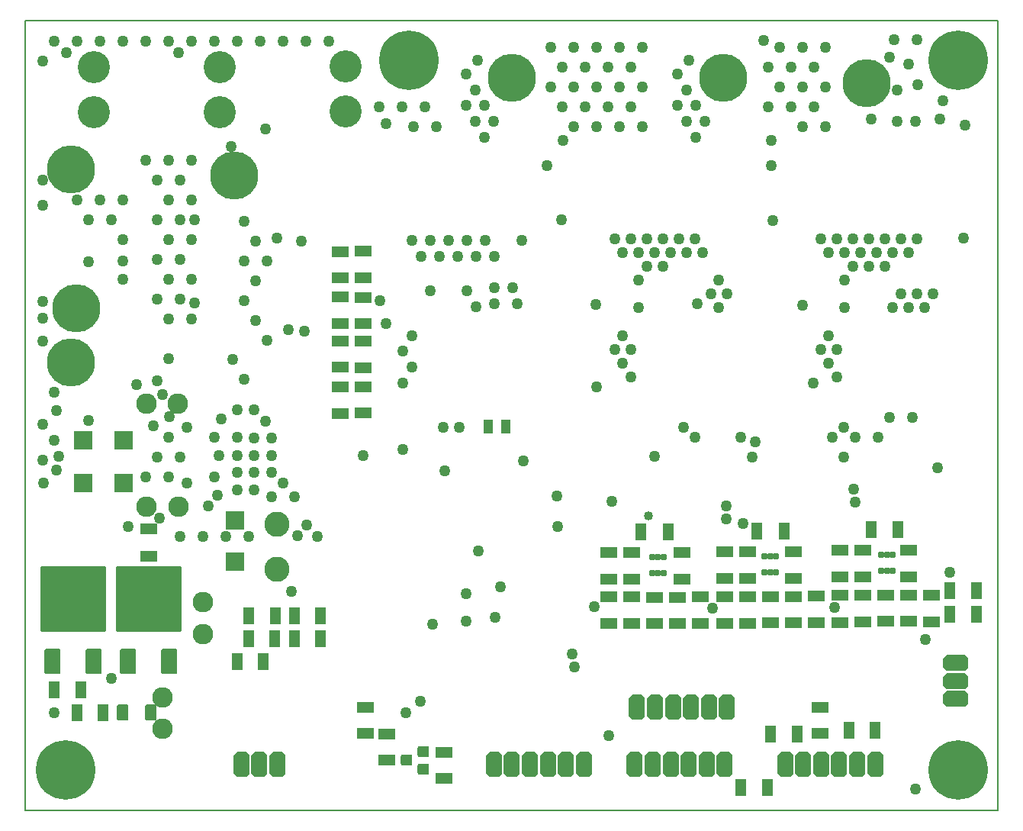
<source format=gbr>
G04 PROTEUS GERBER X2 FILE*
%TF.GenerationSoftware,Labcenter,Proteus,8.7-SP3-Build25561*%
%TF.CreationDate,2021-07-04T19:39:20+00:00*%
%TF.FileFunction,Soldermask,Bot*%
%TF.FilePolarity,Negative*%
%TF.Part,Single*%
%TF.SameCoordinates,{804bfe34-88de-486f-8887-f5b9ed786e22}*%
%FSLAX45Y45*%
%MOMM*%
G01*
%TA.AperFunction,Material*%
%ADD55C,1.270000*%
%ADD56C,1.016000*%
%TA.AperFunction,Material*%
%ADD59C,5.334000*%
%AMPPAD075*
4,1,4,
-0.901700,0.571500,
-0.901700,-0.571500,
0.901700,-0.571500,
0.901700,0.571500,
-0.901700,0.571500,
0*%
%TA.AperFunction,Material*%
%ADD85PPAD075*%
%AMPPAD076*
4,1,36,
3.492500,3.619500,
-3.492500,3.619500,
-3.518470,3.616970,
-3.542480,3.609700,
-3.564080,3.598150,
-3.582790,3.582790,
-3.598150,3.564070,
-3.609700,3.542480,
-3.616970,3.518470,
-3.619500,3.492500,
-3.619500,-3.492500,
-3.616970,-3.518470,
-3.609700,-3.542480,
-3.598150,-3.564070,
-3.582790,-3.582790,
-3.564080,-3.598150,
-3.542480,-3.609700,
-3.518470,-3.616970,
-3.492500,-3.619500,
3.492500,-3.619500,
3.518470,-3.616970,
3.542480,-3.609700,
3.564080,-3.598150,
3.582790,-3.582790,
3.598150,-3.564070,
3.609700,-3.542480,
3.616970,-3.518470,
3.619500,-3.492500,
3.619500,3.492500,
3.616970,3.518470,
3.609700,3.542480,
3.598150,3.564070,
3.582790,3.582790,
3.564080,3.598150,
3.542480,3.609700,
3.518470,3.616970,
3.492500,3.619500,
0*%
%TA.AperFunction,Material*%
%ADD86PPAD076*%
%AMPPAD077*
4,1,36,
0.762000,1.397000,
-0.762000,1.397000,
-0.787970,1.394470,
-0.811980,1.387200,
-0.833580,1.375650,
-0.852290,1.360290,
-0.867650,1.341570,
-0.879200,1.319980,
-0.886470,1.295970,
-0.889000,1.270000,
-0.889000,-1.270000,
-0.886470,-1.295970,
-0.879200,-1.319980,
-0.867650,-1.341570,
-0.852290,-1.360290,
-0.833580,-1.375650,
-0.811980,-1.387200,
-0.787970,-1.394470,
-0.762000,-1.397000,
0.762000,-1.397000,
0.787970,-1.394470,
0.811980,-1.387200,
0.833580,-1.375650,
0.852290,-1.360290,
0.867650,-1.341570,
0.879200,-1.319980,
0.886470,-1.295970,
0.889000,-1.270000,
0.889000,1.270000,
0.886470,1.295970,
0.879200,1.319980,
0.867650,1.341570,
0.852290,1.360290,
0.833580,1.375650,
0.811980,1.387200,
0.787970,1.394470,
0.762000,1.397000,
0*%
%ADD87PPAD077*%
%AMPPAD078*
4,1,4,
0.571500,0.901700,
-0.571500,0.901700,
-0.571500,-0.901700,
0.571500,-0.901700,
0.571500,0.901700,
0*%
%TA.AperFunction,Material*%
%ADD88PPAD078*%
%AMPPAD079*
4,1,36,
-0.508000,-0.889000,
0.508000,-0.889000,
0.533970,-0.886470,
0.557980,-0.879200,
0.579580,-0.867650,
0.598290,-0.852290,
0.613650,-0.833570,
0.625200,-0.811980,
0.632470,-0.787970,
0.635000,-0.762000,
0.635000,0.762000,
0.632470,0.787970,
0.625200,0.811980,
0.613650,0.833570,
0.598290,0.852290,
0.579580,0.867650,
0.557980,0.879200,
0.533970,0.886470,
0.508000,0.889000,
-0.508000,0.889000,
-0.533970,0.886470,
-0.557980,0.879200,
-0.579580,0.867650,
-0.598290,0.852290,
-0.613650,0.833570,
-0.625200,0.811980,
-0.632470,0.787970,
-0.635000,0.762000,
-0.635000,-0.762000,
-0.632470,-0.787970,
-0.625200,-0.811980,
-0.613650,-0.833570,
-0.598290,-0.852290,
-0.579580,-0.867650,
-0.557980,-0.879200,
-0.533970,-0.886470,
-0.508000,-0.889000,
0*%
%ADD89PPAD079*%
%AMPPAD067*
4,1,8,
-1.397000,-0.509800,
-1.397000,0.509800,
-1.017800,0.889000,
1.017800,0.889000,
1.397000,0.509800,
1.397000,-0.509800,
1.017800,-0.889000,
-1.017800,-0.889000,
-1.397000,-0.509800,
0*%
%TA.AperFunction,Material*%
%ADD77PPAD067*%
%AMPPAD068*
4,1,8,
-0.509800,1.397000,
0.509800,1.397000,
0.889000,1.017800,
0.889000,-1.017800,
0.509800,-1.397000,
-0.509800,-1.397000,
-0.889000,-1.017800,
-0.889000,1.017800,
-0.509800,1.397000,
0*%
%TA.AperFunction,Material*%
%ADD78PPAD068*%
%TA.AperFunction,Material*%
%ADD79C,3.556000*%
%TA.AperFunction,Material*%
%ADD80C,6.604000*%
%TA.AperFunction,Material*%
%ADD81C,2.794000*%
%AMPPAD080*
4,1,4,
-0.469900,-0.723900,
0.469900,-0.723900,
0.469900,0.723900,
-0.469900,0.723900,
-0.469900,-0.723900,
0*%
%ADD90PPAD080*%
%AMPPAD081*
4,1,36,
0.635000,-0.444500,
0.635000,0.444500,
0.632470,0.470470,
0.625200,0.494480,
0.613650,0.516080,
0.598290,0.534790,
0.579570,0.550150,
0.557980,0.561700,
0.533970,0.568970,
0.508000,0.571500,
-0.508000,0.571500,
-0.533970,0.568970,
-0.557980,0.561700,
-0.579570,0.550150,
-0.598290,0.534790,
-0.613650,0.516080,
-0.625200,0.494480,
-0.632470,0.470470,
-0.635000,0.444500,
-0.635000,-0.444500,
-0.632470,-0.470470,
-0.625200,-0.494480,
-0.613650,-0.516080,
-0.598290,-0.534790,
-0.579570,-0.550150,
-0.557980,-0.561700,
-0.533970,-0.568970,
-0.508000,-0.571500,
0.508000,-0.571500,
0.533970,-0.568970,
0.557980,-0.561700,
0.579570,-0.550150,
0.598290,-0.534790,
0.613650,-0.516080,
0.625200,-0.494480,
0.632470,-0.470470,
0.635000,-0.444500,
0*%
%TA.AperFunction,Material*%
%ADD91PPAD081*%
%AMPPAD082*
4,1,4,
-1.054100,1.054100,
-1.054100,-1.054100,
1.054100,-1.054100,
1.054100,1.054100,
-1.054100,1.054100,
0*%
%TA.AperFunction,Material*%
%ADD92PPAD082*%
%AMPPAD083*
4,1,36,
0.175000,0.377000,
-0.175000,0.377000,
-0.200970,0.374470,
-0.224980,0.367200,
-0.246580,0.355650,
-0.265290,0.340290,
-0.280650,0.321570,
-0.292200,0.299980,
-0.299470,0.275970,
-0.302000,0.250000,
-0.302000,-0.250000,
-0.299470,-0.275970,
-0.292200,-0.299980,
-0.280650,-0.321570,
-0.265290,-0.340290,
-0.246580,-0.355650,
-0.224980,-0.367200,
-0.200970,-0.374470,
-0.175000,-0.377000,
0.175000,-0.377000,
0.200970,-0.374470,
0.224980,-0.367200,
0.246580,-0.355650,
0.265290,-0.340290,
0.280650,-0.321570,
0.292200,-0.299980,
0.299470,-0.275970,
0.302000,-0.250000,
0.302000,0.250000,
0.299470,0.275970,
0.292200,0.299980,
0.280650,0.321570,
0.265290,0.340290,
0.246580,0.355650,
0.224980,0.367200,
0.200970,0.374470,
0.175000,0.377000,
0*%
%TA.AperFunction,Material*%
%ADD93PPAD083*%
%TA.AperFunction,Material*%
%ADD84C,2.286000*%
%TA.AperFunction,Profile*%
%ADD42C,0.203200*%
%TD.AperFunction*%
D55*
X+3225800Y+1174750D03*
X+3479800Y+1174750D03*
X+5257800Y+1174750D03*
X+5511800Y+1174750D03*
X+5765800Y+1174750D03*
X+7543800Y+1174750D03*
X+7797800Y+1174750D03*
X+3098800Y+1394720D03*
X+3352800Y+1394720D03*
X+4876800Y+1394720D03*
X+5130800Y+1394720D03*
X+5384800Y+1394720D03*
X+5638800Y+1394720D03*
X+7162800Y+1394720D03*
X+7416800Y+1394720D03*
X+7670800Y+1394720D03*
X+4749800Y+1614690D03*
X+5003800Y+1614690D03*
X+5257800Y+1614690D03*
X+5511800Y+1614690D03*
X+5765800Y+1614690D03*
X+7289800Y+1614690D03*
X+7543800Y+1614690D03*
X+7797800Y+1614690D03*
X+4876800Y+1834660D03*
X+5130800Y+1834660D03*
X+5384800Y+1834660D03*
X+5638800Y+1834660D03*
X+7162800Y+1834660D03*
X+7416800Y+1834660D03*
X+7670800Y+1834660D03*
X+4749800Y+2054630D03*
X+5003800Y+2054630D03*
X+5257800Y+2054630D03*
X+5511800Y+2054630D03*
X+5765800Y+2054630D03*
X+7289800Y+2054630D03*
X+7543800Y+2054630D03*
X+7797800Y+2054630D03*
X+3213100Y-1497654D03*
X+3111500Y-1321678D03*
X+3213100Y-1145702D03*
X+4127500Y-617774D03*
X+4330700Y-617774D03*
X+3314700Y-265822D03*
X+3517900Y-265822D03*
X+3721100Y-265822D03*
X+3924300Y-265822D03*
X+4127500Y-265822D03*
X+3213100Y-89846D03*
X+3416300Y-89846D03*
X+3619500Y-89846D03*
X+3822700Y-89846D03*
X+4025900Y-89846D03*
X+4432300Y-89846D03*
X+4013200Y+1052310D03*
X+3911600Y+1228286D03*
X+4114800Y+1228286D03*
X+3810000Y+1404262D03*
X+4013200Y+1404262D03*
X+3911600Y+1580238D03*
X+3810000Y+1756214D03*
X+3937000Y+1905000D03*
X+8597900Y+1228286D03*
X+8801100Y+1228286D03*
X+8597900Y+1580238D03*
X+8724900Y+1866900D03*
X+6363969Y+1052310D03*
X+6262369Y+1228286D03*
X+6465569Y+1228286D03*
X+6160769Y+1404262D03*
X+6363969Y+1404262D03*
X+6262369Y+1580238D03*
X+6160769Y+1756214D03*
X+6286500Y+1905000D03*
X+3111500Y-1673630D03*
X+4127500Y-793750D03*
X+4381500Y-793750D03*
X+5003800Y+1174750D03*
X-127000Y-4953000D03*
X+1870921Y-3983646D03*
X+1599186Y-1195100D03*
X+1472186Y-975130D03*
X+1345186Y-755160D03*
X+1472186Y-535190D03*
X+1345186Y-315220D03*
X+1599186Y-315220D03*
X+1472186Y-95250D03*
X+1345186Y+124720D03*
X+1714500Y-63500D03*
X+1206500Y+952500D03*
X+1587500Y+1143000D03*
X-876300Y-2781300D03*
X-889000Y-2526810D03*
X-762000Y-2306840D03*
X-889000Y-2133600D03*
X-381000Y-2086870D03*
X-762000Y-1778000D03*
X-736600Y-1981200D03*
X-889000Y-1206990D03*
X-889000Y-952500D03*
X-889000Y-767050D03*
X-381000Y-327110D03*
X+2844800Y+1394720D03*
X+8305800Y+1257545D03*
X+9067800Y+1257545D03*
X+8509000Y+1943100D03*
X+8559800Y+2137425D03*
X+8813800Y+2137425D03*
D56*
X+5837110Y-3144357D03*
D55*
X+2921000Y+1206500D03*
X+4191000Y-3937000D03*
X+3811743Y-4009908D03*
X+3810000Y-4318000D03*
X+2921000Y-1016000D03*
X+635000Y-3378275D03*
X+889000Y-3378275D03*
X+1143000Y-3378275D03*
X+1397000Y-3378275D03*
X+1943100Y-3365500D03*
X+2159000Y-3378275D03*
X+63500Y-3263900D03*
X+406400Y-3175000D03*
X+1651000Y-2667000D03*
X+1651000Y-2286000D03*
X+1460500Y-2476500D03*
X+952500Y-3035300D03*
X+508000Y-2718365D03*
X+1460500Y-2857500D03*
X+1460500Y-2667000D03*
X+1651000Y-2476500D03*
X+381000Y-2498395D03*
X+381000Y-1651000D03*
X+1270000Y-2476500D03*
X+1270000Y-2667000D03*
X+3111500Y-2413000D03*
X+4445000Y-2540000D03*
X+6985000Y-2498395D03*
X+152400Y-1689100D03*
X+342900Y-2146300D03*
X+508000Y-2278425D03*
X+1016000Y-2278425D03*
X+1270000Y-2278425D03*
X+1270000Y-2857500D03*
X+1270000Y-1968500D03*
X+1460500Y-1968500D03*
X+1460500Y-2286000D03*
X+6858000Y-2278425D03*
X+444500Y-1803400D03*
X+1587500Y-2095500D03*
X+508000Y-1398545D03*
X+508000Y-958605D03*
X+762000Y-958605D03*
X+381000Y-738635D03*
X+635000Y-738635D03*
X+0Y-518665D03*
X+508000Y-518665D03*
X+762000Y-518665D03*
X+381000Y-298695D03*
X+635000Y-298695D03*
X+0Y-78725D03*
X+508000Y-78725D03*
X+762000Y-78725D03*
X-381000Y+141245D03*
X-127000Y+141245D03*
X+381000Y+141245D03*
X+635000Y+141245D03*
X-508000Y+361215D03*
X-254000Y+361215D03*
X+0Y+361215D03*
X+508000Y+361215D03*
X+762000Y+361215D03*
X-889000Y+581185D03*
X+381000Y+581185D03*
X+635000Y+581185D03*
X+254000Y+801155D03*
X+508000Y+801155D03*
X+762000Y+801155D03*
X-889000Y+1901005D03*
X-762000Y+2120975D03*
X-508000Y+2120975D03*
X-254000Y+2120975D03*
X+0Y+2120975D03*
X+254000Y+2120975D03*
X+508000Y+2120975D03*
X+762000Y+2120975D03*
X+1016000Y+2120975D03*
X+1270000Y+2120975D03*
X+1524000Y+2120975D03*
X+1778000Y+2120975D03*
X+2032000Y+2120975D03*
X+2286000Y+2120975D03*
X+4826045Y-3267760D03*
X+5397500Y-5588000D03*
X+2667000Y-2476500D03*
X+3576345Y-2643122D03*
X+7543800Y-812800D03*
X+8127850Y-2993866D03*
X+4818888Y-2925288D03*
X+5249412Y-804176D03*
X+6696244Y-3035770D03*
X+5257800Y-1714500D03*
X+5905500Y-2489200D03*
X+6698805Y-3180794D03*
X-736600Y-2641600D03*
X+1054100Y-2921000D03*
X+1651000Y-2938335D03*
X+1905000Y-2938335D03*
X+254000Y-2718365D03*
X+1016000Y-2718365D03*
X+520700Y-2044700D03*
X+635000Y-2498395D03*
X+8001000Y-2498395D03*
X+6350000Y-2278425D03*
X+7874000Y-2278425D03*
X+8128000Y-2278425D03*
X+8382000Y-2278425D03*
X+8509000Y-2058455D03*
X+8763000Y-2058455D03*
X+1345186Y-1635040D03*
X+1218186Y-1415070D03*
X+1980186Y-95250D03*
X+3944752Y-3532550D03*
X+3924300Y-823914D03*
X+3416300Y-647938D03*
X+3822700Y-647938D03*
X+7924800Y-1608885D03*
X+7835900Y-1454906D03*
X+7747000Y-1300927D03*
X+7924800Y-1300927D03*
X+7835900Y-1146948D03*
X+8013700Y-838990D03*
X+8547100Y-838990D03*
X+8724900Y-838990D03*
X+8902700Y-838990D03*
X+8636000Y-685011D03*
X+8813800Y-685011D03*
X+8991600Y-685011D03*
X+8013700Y-531032D03*
X+8102600Y-377053D03*
X+8280400Y-377053D03*
X+8458200Y-377053D03*
X+7835900Y-223074D03*
X+8013700Y-223074D03*
X+8191500Y-223074D03*
X+8369300Y-223074D03*
X+8547100Y-223074D03*
X+8724900Y-223074D03*
X+7747000Y-69095D03*
X+7924800Y-69095D03*
X+8102600Y-69095D03*
X+8280400Y-69095D03*
X+8458200Y-69095D03*
X+8636000Y-69095D03*
X+8813800Y-69095D03*
X+5638800Y-1608885D03*
X+5549900Y-1454906D03*
X+5461000Y-1300927D03*
X+5638800Y-1300927D03*
X+5549900Y-1146948D03*
X+5727700Y-838990D03*
X+6616700Y-838990D03*
X+6527800Y-685011D03*
X+6705600Y-685011D03*
X+5727700Y-531032D03*
X+6616700Y-531032D03*
X+5816600Y-377053D03*
X+5994400Y-377053D03*
X+5549900Y-223074D03*
X+5727700Y-223074D03*
X+5905500Y-223074D03*
X+6083300Y-223074D03*
X+6261100Y-223074D03*
X+6438900Y-223074D03*
X+5461000Y-69095D03*
X+5638800Y-69095D03*
X+5816600Y-69095D03*
X+5994400Y-69095D03*
X+6172200Y-69095D03*
X+6350000Y-69095D03*
X+2044700Y-3246294D03*
X+1092200Y-2070100D03*
X+711200Y-2784357D03*
X+1778000Y-2784357D03*
X+1066800Y-2476399D03*
X+7023100Y-2322420D03*
X+711200Y-2168441D03*
X+3556000Y-2168441D03*
X+3733800Y-2168441D03*
X+6223000Y-2168441D03*
X+8001000Y-2168441D03*
X+800100Y-782630D03*
X+0Y-320693D03*
X+800100Y+141244D03*
X-889000Y+295223D03*
X-622300Y+1988992D03*
X+622300Y+1988992D03*
X+4711700Y+738213D03*
X+7200900Y+738213D03*
X+7112000Y+2124024D03*
X-711200Y-2482816D03*
X+8826500Y+1638300D03*
X+9105900Y+1460500D03*
X+3302000Y-5207000D03*
X+4993399Y-4680922D03*
X+3145817Y-5333103D03*
X+5016500Y-4826000D03*
D56*
X+9333632Y-69289D03*
D55*
X+4886261Y+1021029D03*
X+4871017Y+140309D03*
X+7200900Y+1016000D03*
X+7216360Y+129270D03*
X+9334500Y-68421D03*
X+9347586Y+1185531D03*
X+5236283Y-4151453D03*
X+8910308Y-4517090D03*
X+9181462Y-3777221D03*
X+3442985Y-4350015D03*
X+4137486Y-4269464D03*
X+1841500Y-1079500D03*
X+2014205Y-1094840D03*
X+5431385Y-2982601D03*
X+2857500Y-762000D03*
X+7664736Y-1676863D03*
X+8118219Y-2853714D03*
X+6883138Y-3230089D03*
X+6375400Y-793750D03*
X+8802625Y-6177544D03*
X-762000Y-5334000D03*
X+9045099Y-2613401D03*
X+6545826Y-4172006D03*
X+7905430Y-4163419D03*
D59*
X+4318000Y+1714500D03*
X+6667500Y+1714500D03*
X+8255000Y+1651000D03*
D85*
X+2413000Y-716000D03*
X+2413000Y-1016000D03*
X+2413000Y-218000D03*
X+2413000Y-508000D03*
X+2667000Y-208000D03*
X+2667000Y-508000D03*
X+2667000Y-726000D03*
X+2667000Y-1016000D03*
D86*
X-546100Y-4071620D03*
D87*
X-317500Y-4762500D03*
X-774700Y-4762500D03*
D86*
X+292100Y-4071620D03*
D87*
X+520700Y-4762500D03*
X+63500Y-4762500D03*
D59*
X-571500Y+698500D03*
X-571500Y-1447800D03*
D88*
X-462000Y-5080000D03*
X-762000Y-5080000D03*
D85*
X+292100Y-3294100D03*
X+292100Y-3594100D03*
X+2667000Y-1206500D03*
X+2667000Y-1506500D03*
X+2413000Y-1714500D03*
X+2413000Y-2014500D03*
X+2667000Y-1714500D03*
X+2667000Y-2004500D03*
X+2413000Y-1206500D03*
X+2413000Y-1496500D03*
D88*
X+7158000Y-6159500D03*
X+6858000Y-6159500D03*
X+1697000Y-4254500D03*
X+1397000Y-4254500D03*
D89*
X+0Y-5334000D03*
X+314960Y-5334000D03*
D77*
X+9245600Y-5181500D03*
X+9245600Y-4981500D03*
X+9245600Y-4781500D03*
D88*
X+8064500Y-5524500D03*
X+8354500Y-5524500D03*
X+7193500Y-5570499D03*
X+7483500Y-5570499D03*
D85*
X+7737500Y-5560500D03*
X+7737500Y-5270500D03*
D88*
X+9184200Y-4241800D03*
X+9474200Y-4241800D03*
X-218000Y-5334000D03*
X-508000Y-5334000D03*
X+1905000Y-4508500D03*
X+2195000Y-4508500D03*
X+1905000Y-4254500D03*
X+2195000Y-4254500D03*
X+1397000Y-4508500D03*
X+1687000Y-4508500D03*
X+1560000Y-4762500D03*
X+1270000Y-4762500D03*
D78*
X+8356500Y-5905500D03*
X+8156500Y-5905500D03*
X+7956500Y-5905500D03*
X+7756500Y-5905500D03*
X+7556500Y-5905500D03*
X+7356500Y-5905500D03*
D59*
X-510798Y-841109D03*
X+1240380Y+628303D03*
D79*
X+1079500Y+1333500D03*
X+1079500Y+1833500D03*
X-317500Y+1333500D03*
X-317500Y+1833500D03*
X+2476500Y+1337500D03*
X+2476500Y+1837500D03*
D80*
X+9271000Y+1905000D03*
X+3175000Y+1905000D03*
X+9271000Y-5969000D03*
X-635000Y-5969000D03*
D78*
X+4124500Y-5905500D03*
X+4324500Y-5905500D03*
X+4524500Y-5905500D03*
X+4724500Y-5905500D03*
X+4924500Y-5905500D03*
X+5124500Y-5905500D03*
X+5686500Y-5905500D03*
X+5886500Y-5905500D03*
X+6086500Y-5905500D03*
X+6286500Y-5905500D03*
X+6486500Y-5905500D03*
X+6686500Y-5905500D03*
X+5712000Y-5270500D03*
X+5912000Y-5270500D03*
X+6112000Y-5270500D03*
X+6312000Y-5270500D03*
X+6512000Y-5270500D03*
X+6712000Y-5270500D03*
X+1722731Y-5905500D03*
X+1522731Y-5905500D03*
X+1322731Y-5905500D03*
D81*
X+1714500Y-3738500D03*
X+1714500Y-3238500D03*
D90*
X+4054500Y-2159000D03*
X+4254500Y-2159000D03*
D85*
X+2692400Y-5562600D03*
X+2692400Y-5272600D03*
X+3568700Y-5767900D03*
X+3568700Y-6057900D03*
X+2933700Y-5854700D03*
X+2933700Y-5564700D03*
D91*
X+3149600Y-5859780D03*
X+3340100Y-5765800D03*
X+3340100Y-5953760D03*
D92*
X+12700Y-2781300D03*
X-437300Y-2781300D03*
X+12700Y-2311400D03*
X-437300Y-2311400D03*
X+1244600Y-3200400D03*
X+1244600Y-3650400D03*
D88*
X+9474200Y-3975100D03*
X+9184200Y-3975100D03*
D93*
X+6007100Y-3782500D03*
X+5942100Y-3782500D03*
X+5877100Y-3782500D03*
X+5877100Y-3602500D03*
X+5942100Y-3602500D03*
X+6007100Y-3602500D03*
D88*
X+6053100Y-3325300D03*
X+5753100Y-3325300D03*
D85*
X+5651500Y-4041300D03*
X+5651500Y-4341300D03*
X+5397500Y-4341300D03*
X+5397500Y-4041300D03*
X+6413500Y-4341300D03*
X+6413500Y-4041300D03*
X+6159500Y-4339200D03*
X+6159500Y-4049200D03*
X+6210300Y-3846000D03*
X+6210300Y-3556000D03*
X+5905500Y-4051300D03*
X+5905500Y-4341300D03*
X+5651500Y-3846000D03*
X+5651500Y-3556000D03*
X+5397500Y-3846000D03*
X+5397500Y-3556000D03*
D93*
X+7253200Y-3776800D03*
X+7188200Y-3776800D03*
X+7123200Y-3776800D03*
X+7123200Y-3596800D03*
X+7188200Y-3596800D03*
X+7253200Y-3596800D03*
D88*
X+7340600Y-3317400D03*
X+7040600Y-3317400D03*
D85*
X+6934200Y-4041300D03*
X+6934200Y-4341300D03*
X+6680200Y-4341300D03*
X+6680200Y-4041300D03*
X+7696200Y-4333400D03*
X+7696200Y-4033400D03*
X+7442200Y-4333400D03*
X+7442200Y-4043400D03*
X+7442200Y-3838100D03*
X+7442200Y-3548100D03*
X+7188200Y-4043400D03*
X+7188200Y-4333400D03*
X+6934200Y-3838100D03*
X+6934200Y-3548100D03*
X+6680200Y-3838100D03*
X+6680200Y-3548100D03*
D93*
X+8548600Y-3757100D03*
X+8483600Y-3757100D03*
X+8418600Y-3757100D03*
X+8418600Y-3577100D03*
X+8483600Y-3577100D03*
X+8548600Y-3577100D03*
D85*
X+8724900Y-3820600D03*
X+8724900Y-3530600D03*
D88*
X+8605800Y-3299900D03*
X+8305800Y-3299900D03*
D85*
X+8978900Y-4323800D03*
X+8978900Y-4023800D03*
X+8724900Y-4313800D03*
X+8724900Y-4023800D03*
X+8470900Y-4023800D03*
X+8470900Y-4313800D03*
X+8216900Y-3820600D03*
X+8216900Y-3530600D03*
X+7962900Y-3820600D03*
X+7962900Y-3530600D03*
X+8216900Y-4023800D03*
X+8216900Y-4323800D03*
X+7962900Y-4328600D03*
X+7962900Y-4028600D03*
D84*
X+265500Y-1905000D03*
X+615500Y-1905000D03*
X+269500Y-3048000D03*
X+619500Y-3048000D03*
X+889000Y-4104900D03*
X+889000Y-4454900D03*
X+444500Y-5159000D03*
X+444500Y-5509000D03*
D42*
X-1079500Y-6413500D02*
X+9715500Y-6413500D01*
X+9715500Y+2349500D01*
X-1079500Y+2349500D01*
X-1079500Y-6413500D01*
M02*

</source>
